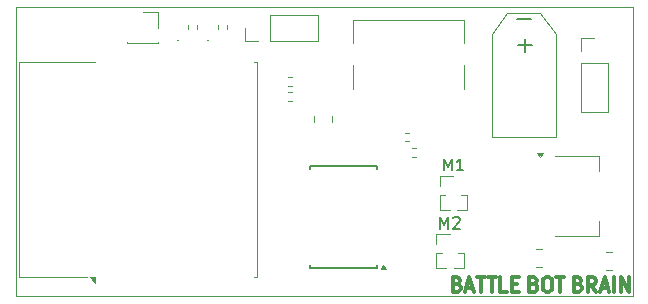
<source format=gto>
G04 #@! TF.GenerationSoftware,KiCad,Pcbnew,9.0.3*
G04 #@! TF.CreationDate,2025-08-05T23:08:30-05:00*
G04 #@! TF.ProjectId,Battle_Bot_Mind,42617474-6c65-45f4-926f-745f4d696e64,rev?*
G04 #@! TF.SameCoordinates,Original*
G04 #@! TF.FileFunction,Legend,Top*
G04 #@! TF.FilePolarity,Positive*
%FSLAX46Y46*%
G04 Gerber Fmt 4.6, Leading zero omitted, Abs format (unit mm)*
G04 Created by KiCad (PCBNEW 9.0.3) date 2025-08-05 23:08:30*
%MOMM*%
%LPD*%
G01*
G04 APERTURE LIST*
%ADD10C,0.300000*%
%ADD11C,0.150000*%
%ADD12C,0.120000*%
%ADD13C,0.100000*%
G04 #@! TA.AperFunction,Profile*
%ADD14C,0.050000*%
G04 #@! TD*
G04 APERTURE END LIST*
D10*
X137133082Y-93958971D02*
X137304510Y-94016114D01*
X137304510Y-94016114D02*
X137361653Y-94073257D01*
X137361653Y-94073257D02*
X137418796Y-94187542D01*
X137418796Y-94187542D02*
X137418796Y-94358971D01*
X137418796Y-94358971D02*
X137361653Y-94473257D01*
X137361653Y-94473257D02*
X137304510Y-94530400D01*
X137304510Y-94530400D02*
X137190225Y-94587542D01*
X137190225Y-94587542D02*
X136733082Y-94587542D01*
X136733082Y-94587542D02*
X136733082Y-93387542D01*
X136733082Y-93387542D02*
X137133082Y-93387542D01*
X137133082Y-93387542D02*
X137247368Y-93444685D01*
X137247368Y-93444685D02*
X137304510Y-93501828D01*
X137304510Y-93501828D02*
X137361653Y-93616114D01*
X137361653Y-93616114D02*
X137361653Y-93730400D01*
X137361653Y-93730400D02*
X137304510Y-93844685D01*
X137304510Y-93844685D02*
X137247368Y-93901828D01*
X137247368Y-93901828D02*
X137133082Y-93958971D01*
X137133082Y-93958971D02*
X136733082Y-93958971D01*
X137875939Y-94244685D02*
X138447368Y-94244685D01*
X137761653Y-94587542D02*
X138161653Y-93387542D01*
X138161653Y-93387542D02*
X138561653Y-94587542D01*
X138790224Y-93387542D02*
X139475939Y-93387542D01*
X139133081Y-94587542D02*
X139133081Y-93387542D01*
X139704510Y-93387542D02*
X140390225Y-93387542D01*
X140047367Y-94587542D02*
X140047367Y-93387542D01*
X141361653Y-94587542D02*
X140790225Y-94587542D01*
X140790225Y-94587542D02*
X140790225Y-93387542D01*
X141761654Y-93958971D02*
X142161654Y-93958971D01*
X142333082Y-94587542D02*
X141761654Y-94587542D01*
X141761654Y-94587542D02*
X141761654Y-93387542D01*
X141761654Y-93387542D02*
X142333082Y-93387542D01*
X147383082Y-93958971D02*
X147554510Y-94016114D01*
X147554510Y-94016114D02*
X147611653Y-94073257D01*
X147611653Y-94073257D02*
X147668796Y-94187542D01*
X147668796Y-94187542D02*
X147668796Y-94358971D01*
X147668796Y-94358971D02*
X147611653Y-94473257D01*
X147611653Y-94473257D02*
X147554510Y-94530400D01*
X147554510Y-94530400D02*
X147440225Y-94587542D01*
X147440225Y-94587542D02*
X146983082Y-94587542D01*
X146983082Y-94587542D02*
X146983082Y-93387542D01*
X146983082Y-93387542D02*
X147383082Y-93387542D01*
X147383082Y-93387542D02*
X147497368Y-93444685D01*
X147497368Y-93444685D02*
X147554510Y-93501828D01*
X147554510Y-93501828D02*
X147611653Y-93616114D01*
X147611653Y-93616114D02*
X147611653Y-93730400D01*
X147611653Y-93730400D02*
X147554510Y-93844685D01*
X147554510Y-93844685D02*
X147497368Y-93901828D01*
X147497368Y-93901828D02*
X147383082Y-93958971D01*
X147383082Y-93958971D02*
X146983082Y-93958971D01*
X148868796Y-94587542D02*
X148468796Y-94016114D01*
X148183082Y-94587542D02*
X148183082Y-93387542D01*
X148183082Y-93387542D02*
X148640225Y-93387542D01*
X148640225Y-93387542D02*
X148754510Y-93444685D01*
X148754510Y-93444685D02*
X148811653Y-93501828D01*
X148811653Y-93501828D02*
X148868796Y-93616114D01*
X148868796Y-93616114D02*
X148868796Y-93787542D01*
X148868796Y-93787542D02*
X148811653Y-93901828D01*
X148811653Y-93901828D02*
X148754510Y-93958971D01*
X148754510Y-93958971D02*
X148640225Y-94016114D01*
X148640225Y-94016114D02*
X148183082Y-94016114D01*
X149325939Y-94244685D02*
X149897368Y-94244685D01*
X149211653Y-94587542D02*
X149611653Y-93387542D01*
X149611653Y-93387542D02*
X150011653Y-94587542D01*
X150411653Y-94587542D02*
X150411653Y-93387542D01*
X150983082Y-94587542D02*
X150983082Y-93387542D01*
X150983082Y-93387542D02*
X151668796Y-94587542D01*
X151668796Y-94587542D02*
X151668796Y-93387542D01*
X143633082Y-93958971D02*
X143804510Y-94016114D01*
X143804510Y-94016114D02*
X143861653Y-94073257D01*
X143861653Y-94073257D02*
X143918796Y-94187542D01*
X143918796Y-94187542D02*
X143918796Y-94358971D01*
X143918796Y-94358971D02*
X143861653Y-94473257D01*
X143861653Y-94473257D02*
X143804510Y-94530400D01*
X143804510Y-94530400D02*
X143690225Y-94587542D01*
X143690225Y-94587542D02*
X143233082Y-94587542D01*
X143233082Y-94587542D02*
X143233082Y-93387542D01*
X143233082Y-93387542D02*
X143633082Y-93387542D01*
X143633082Y-93387542D02*
X143747368Y-93444685D01*
X143747368Y-93444685D02*
X143804510Y-93501828D01*
X143804510Y-93501828D02*
X143861653Y-93616114D01*
X143861653Y-93616114D02*
X143861653Y-93730400D01*
X143861653Y-93730400D02*
X143804510Y-93844685D01*
X143804510Y-93844685D02*
X143747368Y-93901828D01*
X143747368Y-93901828D02*
X143633082Y-93958971D01*
X143633082Y-93958971D02*
X143233082Y-93958971D01*
X144661653Y-93387542D02*
X144890225Y-93387542D01*
X144890225Y-93387542D02*
X145004510Y-93444685D01*
X145004510Y-93444685D02*
X145118796Y-93558971D01*
X145118796Y-93558971D02*
X145175939Y-93787542D01*
X145175939Y-93787542D02*
X145175939Y-94187542D01*
X145175939Y-94187542D02*
X145118796Y-94416114D01*
X145118796Y-94416114D02*
X145004510Y-94530400D01*
X145004510Y-94530400D02*
X144890225Y-94587542D01*
X144890225Y-94587542D02*
X144661653Y-94587542D01*
X144661653Y-94587542D02*
X144547368Y-94530400D01*
X144547368Y-94530400D02*
X144433082Y-94416114D01*
X144433082Y-94416114D02*
X144375939Y-94187542D01*
X144375939Y-94187542D02*
X144375939Y-93787542D01*
X144375939Y-93787542D02*
X144433082Y-93558971D01*
X144433082Y-93558971D02*
X144547368Y-93444685D01*
X144547368Y-93444685D02*
X144661653Y-93387542D01*
X145518796Y-93387542D02*
X146204511Y-93387542D01*
X145861653Y-94587542D02*
X145861653Y-93387542D01*
D11*
X142864700Y-74321428D02*
X142864700Y-73178571D01*
X143436128Y-73749999D02*
X142293271Y-73749999D01*
X142203571Y-71489700D02*
X143346429Y-71489700D01*
X135690476Y-89259819D02*
X135690476Y-88259819D01*
X135690476Y-88259819D02*
X136023809Y-88974104D01*
X136023809Y-88974104D02*
X136357142Y-88259819D01*
X136357142Y-88259819D02*
X136357142Y-89259819D01*
X136785714Y-88355057D02*
X136833333Y-88307438D01*
X136833333Y-88307438D02*
X136928571Y-88259819D01*
X136928571Y-88259819D02*
X137166666Y-88259819D01*
X137166666Y-88259819D02*
X137261904Y-88307438D01*
X137261904Y-88307438D02*
X137309523Y-88355057D01*
X137309523Y-88355057D02*
X137357142Y-88450295D01*
X137357142Y-88450295D02*
X137357142Y-88545533D01*
X137357142Y-88545533D02*
X137309523Y-88688390D01*
X137309523Y-88688390D02*
X136738095Y-89259819D01*
X136738095Y-89259819D02*
X137357142Y-89259819D01*
X135990476Y-84334819D02*
X135990476Y-83334819D01*
X135990476Y-83334819D02*
X136323809Y-84049104D01*
X136323809Y-84049104D02*
X136657142Y-83334819D01*
X136657142Y-83334819D02*
X136657142Y-84334819D01*
X137657142Y-84334819D02*
X137085714Y-84334819D01*
X137371428Y-84334819D02*
X137371428Y-83334819D01*
X137371428Y-83334819D02*
X137276190Y-83477676D01*
X137276190Y-83477676D02*
X137180952Y-83572914D01*
X137180952Y-83572914D02*
X137085714Y-83620533D01*
D12*
G04 #@! TO.C,J2*
X140040000Y-72740000D02*
X140040000Y-81460000D01*
X141340000Y-71040000D02*
X140040000Y-72740000D01*
X144160000Y-71040000D02*
X141340000Y-71040000D01*
X144160000Y-71040000D02*
X145460000Y-72740000D01*
X145460000Y-72740000D02*
X145460000Y-81460000D01*
X145460000Y-81460000D02*
X140040000Y-81460000D01*
G04 #@! TO.C,U1*
X99990000Y-75140000D02*
X106490000Y-75140000D01*
X99990000Y-93360000D02*
X99990000Y-75140000D01*
X99990000Y-93360000D02*
X105800000Y-93360000D01*
X119910000Y-75140000D02*
X120210000Y-75140000D01*
X119910000Y-93360000D02*
X120210000Y-93360000D01*
X120210000Y-93360000D02*
X120210000Y-75140000D01*
X106500000Y-93850000D02*
X106000000Y-93350000D01*
X106500000Y-93350000D01*
X106500000Y-93850000D01*
G36*
X106500000Y-93850000D02*
G01*
X106000000Y-93350000D01*
X106500000Y-93350000D01*
X106500000Y-93850000D01*
G37*
G04 #@! TO.C,J4*
X109170000Y-73460000D02*
X109170000Y-73580000D01*
X109170000Y-73580000D02*
X111830000Y-73580000D01*
X110500000Y-70920000D02*
X111830000Y-70920000D01*
X111830000Y-70920000D02*
X111830000Y-72250000D01*
X111830000Y-73460000D02*
X111830000Y-73580000D01*
G04 #@! TO.C,R4*
X114370000Y-72363641D02*
X114370000Y-72056359D01*
X115130000Y-72363641D02*
X115130000Y-72056359D01*
G04 #@! TO.C,R6*
X123167621Y-76408000D02*
X122832379Y-76408000D01*
X123167621Y-77168000D02*
X122832379Y-77168000D01*
G04 #@! TO.C,DBG1*
X119140000Y-73360000D02*
X119140000Y-72250000D01*
X120250000Y-73360000D02*
X119140000Y-73360000D01*
X121250000Y-71140000D02*
X125360000Y-71140000D01*
X121250000Y-73360000D02*
X121250000Y-71140000D01*
X121250000Y-73360000D02*
X125360000Y-73360000D01*
X125360000Y-73360000D02*
X125360000Y-71140000D01*
G04 #@! TO.C,R5*
X123167621Y-77658000D02*
X122832379Y-77658000D01*
X123167621Y-78418000D02*
X122832379Y-78418000D01*
G04 #@! TO.C,R1*
X133332379Y-82430000D02*
X133667621Y-82430000D01*
X133332379Y-83190000D02*
X133667621Y-83190000D01*
G04 #@! TO.C,M2*
X135340000Y-89740000D02*
X136500000Y-89740000D01*
X135340000Y-90550000D02*
X135340000Y-89740000D01*
X135340000Y-91360000D02*
X135340000Y-92565000D01*
X135340000Y-91360000D02*
X135833292Y-91360000D01*
X135340000Y-92565000D02*
X136182077Y-92565000D01*
X136817923Y-92565000D02*
X137660000Y-92565000D01*
X137166708Y-91360000D02*
X137660000Y-91360000D01*
X137660000Y-91360000D02*
X137660000Y-92565000D01*
G04 #@! TO.C,J1*
X128300000Y-73500000D02*
X128300000Y-71600000D01*
X128300000Y-77400000D02*
X128300000Y-75400000D01*
X137700000Y-71600000D02*
X128300000Y-71600000D01*
X137700000Y-73500000D02*
X137700000Y-71600000D01*
X137700000Y-77400000D02*
X137700000Y-75400000D01*
G04 #@! TO.C,M1*
X135640000Y-84815000D02*
X136800000Y-84815000D01*
X135640000Y-85625000D02*
X135640000Y-84815000D01*
X135640000Y-86435000D02*
X135640000Y-87640000D01*
X135640000Y-86435000D02*
X136133292Y-86435000D01*
X135640000Y-87640000D02*
X136482077Y-87640000D01*
X137117923Y-87640000D02*
X137960000Y-87640000D01*
X137466708Y-86435000D02*
X137960000Y-86435000D01*
X137960000Y-86435000D02*
X137960000Y-87640000D01*
D13*
G04 #@! TO.C,D1*
X116050000Y-73325000D02*
G75*
G02*
X115950000Y-73325000I-50000J0D01*
G01*
X115950000Y-73325000D02*
G75*
G02*
X116050000Y-73325000I50000J0D01*
G01*
D12*
G04 #@! TO.C,C1*
X125015000Y-79688748D02*
X125015000Y-80211252D01*
X126485000Y-79688748D02*
X126485000Y-80211252D01*
D11*
G04 #@! TO.C,U2*
X124625000Y-83950000D02*
X124625000Y-84175000D01*
X124625000Y-92600000D02*
X124625000Y-92375000D01*
X130375000Y-83950000D02*
X124625000Y-83950000D01*
X130375000Y-83950000D02*
X130375000Y-84175000D01*
X130375000Y-92600000D02*
X124625000Y-92600000D01*
X130375000Y-92600000D02*
X130375000Y-92375000D01*
D12*
X131115000Y-92680000D02*
X130635000Y-92680000D01*
X130875000Y-92350000D01*
X131115000Y-92680000D01*
G36*
X131115000Y-92680000D02*
G01*
X130635000Y-92680000D01*
X130875000Y-92350000D01*
X131115000Y-92680000D01*
G37*
G04 #@! TO.C,R3*
X116870000Y-72363641D02*
X116870000Y-72056359D01*
X117630000Y-72363641D02*
X117630000Y-72056359D01*
D13*
G04 #@! TO.C,D2*
X113550000Y-73325000D02*
G75*
G02*
X113450000Y-73325000I-50000J0D01*
G01*
X113450000Y-73325000D02*
G75*
G02*
X113550000Y-73325000I50000J0D01*
G01*
D12*
G04 #@! TO.C,U4*
X145400000Y-83090000D02*
X149160000Y-83090000D01*
X145400000Y-89910000D02*
X149160000Y-89910000D01*
X149160000Y-83090000D02*
X149160000Y-84350000D01*
X149160000Y-89910000D02*
X149160000Y-88650000D01*
X144120000Y-83190000D02*
X143880000Y-82860000D01*
X144360000Y-82860000D01*
X144120000Y-83190000D01*
G36*
X144120000Y-83190000D02*
G01*
X143880000Y-82860000D01*
X144360000Y-82860000D01*
X144120000Y-83190000D01*
G37*
G04 #@! TO.C,C6*
X143788748Y-91015000D02*
X144311252Y-91015000D01*
X143788748Y-92485000D02*
X144311252Y-92485000D01*
G04 #@! TO.C,C5*
X150261252Y-91265000D02*
X149738748Y-91265000D01*
X150261252Y-92735000D02*
X149738748Y-92735000D01*
G04 #@! TO.C,R2*
X133070121Y-81120000D02*
X132734879Y-81120000D01*
X133070121Y-81880000D02*
X132734879Y-81880000D01*
G04 #@! TO.C,J3*
X147640000Y-73140000D02*
X148750000Y-73140000D01*
X147640000Y-74250000D02*
X147640000Y-73140000D01*
X147640000Y-75250000D02*
X147640000Y-79360000D01*
X147640000Y-75250000D02*
X149860000Y-75250000D01*
X147640000Y-79360000D02*
X149860000Y-79360000D01*
X149860000Y-75250000D02*
X149860000Y-79360000D01*
G04 #@! TD*
D14*
X152000000Y-70500000D02*
X99750000Y-70500000D01*
X99750000Y-70500000D02*
X99750000Y-95000000D01*
X152000000Y-70500000D02*
X152000000Y-95000000D01*
X152000000Y-95000000D02*
X99750000Y-95000000D01*
M02*

</source>
